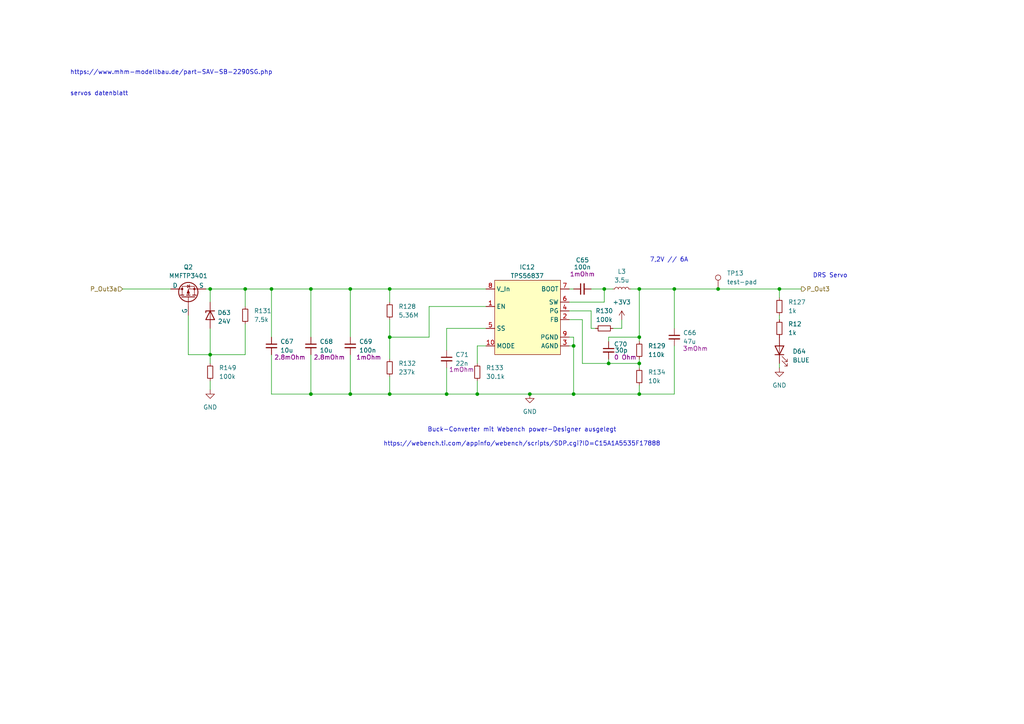
<source format=kicad_sch>
(kicad_sch (version 20231120) (generator "eeschema") (generator_version "8.0")
  (paper "A4")
  (title_block (title "PDU FT25") (date "2024-11-23") (rev "V1.1") (company "Janek Herm") (comment 1 "FaSTTUBe Electronics"))
  (lib_symbols
    (symbol "Connector:TestPoint" (pin_numbers hide) (pin_names (offset 0.762) hide)
      (property "Reference" "TP" (at 0 6.858 0))
      (property "Value" "TestPoint" (at 0 5.08 0))
      (symbol "TestPoint_0_1"
        (circle (center 0 3.302) (radius 0.762))
      )
      (symbol "TestPoint_1_1"
        (pin passive line (at 0 0 90) (length 2.54) (name "1") (number "1"))
      )
    )
    (symbol "Device:C_Small" (pin_numbers hide) (pin_names (offset 0.254) hide)
      (property "Reference" "C" (at 0.254 1.778 0))
      (property "Value" "C_Small" (at 0.254 -2.032 0))
      (symbol "C_Small_0_1"
        (polyline (pts (xy -1.524 -0.508) (xy 1.524 -0.508)) (stroke (width 0.3302)))
        (polyline (pts (xy -1.524 0.508) (xy 1.524 0.508)) (stroke (width 0.3048)))
      )
      (symbol "C_Small_1_1"
        (pin passive line (at 0 2.54 270) (length 2.032) (name "~") (number "1"))
        (pin passive line (at 0 -2.54 90) (length 2.032) (name "~") (number "2"))
      )
    )
    (symbol "Device:D_Zener" (pin_numbers hide) (pin_names (offset 1.016) hide)
      (property "Reference" "D" (at 0 2.54 0))
      (property "Value" "D_Zener" (at 0 -2.54 0))
      (symbol "D_Zener_0_1"
        (polyline (pts (xy 1.27 0) (xy -1.27 0)))
        (polyline (pts (xy -1.27 -1.27) (xy -1.27 1.27) (xy -0.762 1.27)) (stroke (width 0.254)))
        (polyline (pts (xy 1.27 -1.27) (xy 1.27 1.27) (xy -1.27 0) (xy 1.27 -1.27)) (stroke (width 0.254)))
      )
      (symbol "D_Zener_1_1"
        (pin passive line (at -3.81 0 0) (length 2.54) (name "K") (number "1"))
        (pin passive line (at 3.81 0 180) (length 2.54) (name "A") (number "2"))
      )
    )
    (symbol "Device:LED" (pin_numbers hide) (pin_names (offset 1.016) hide)
      (property "Reference" "D" (at 0 2.54 0))
      (property "Value" "LED" (at 0 -2.54 0))
      (symbol "LED_0_1"
        (polyline (pts (xy -1.27 -1.27) (xy -1.27 1.27)) (stroke (width 0.254)))
        (polyline (pts (xy -1.27 0) (xy 1.27 0)))
        (polyline (pts (xy 1.27 -1.27) (xy 1.27 1.27) (xy -1.27 0) (xy 1.27 -1.27)) (stroke (width 0.254)))
        (polyline (pts (xy -3.048 -0.762) (xy -4.572 -2.286) (xy -3.81 -2.286) (xy -4.572 -2.286) (xy -4.572 -1.524)))
        (polyline (pts (xy -1.778 -0.762) (xy -3.302 -2.286) (xy -2.54 -2.286) (xy -3.302 -2.286) (xy -3.302 -1.524)))
      )
      (symbol "LED_1_1"
        (pin passive line (at -3.81 0 0) (length 2.54) (name "K") (number "1"))
        (pin passive line (at 3.81 0 180) (length 2.54) (name "A") (number "2"))
      )
    )
    (symbol "Device:L_Small" (pin_numbers hide) (pin_names (offset 0.254) hide)
      (property "Reference" "L" (at 0.762 1.016 0))
      (property "Value" "L_Small" (at 0.762 -1.016 0))
      (symbol "L_Small_0_1"
        (arc (start 0 -2.032) (mid 0.5058 -1.524) (end 0 -1.016))
        (arc (start 0 -1.016) (mid 0.5058 -0.508) (end 0 0))
        (arc (start 0 0) (mid 0.5058 0.508) (end 0 1.016))
        (arc (start 0 1.016) (mid 0.5058 1.524) (end 0 2.032))
      )
      (symbol "L_Small_1_1"
        (pin passive line (at 0 2.54 270) (length 0.508) (name "~") (number "1"))
        (pin passive line (at 0 -2.54 90) (length 0.508) (name "~") (number "2"))
      )
    )
    (symbol "Device:R_Small" (pin_numbers hide) (pin_names (offset 0.254) hide)
      (property "Reference" "R" (at 0.762 0.508 0))
      (property "Value" "R_Small" (at 0.762 -1.016 0))
      (symbol "R_Small_0_1"
        (rectangle (start -0.762 1.778) (end 0.762 -1.778) (stroke (width 0.2032)))
      )
      (symbol "R_Small_1_1"
        (pin passive line (at 0 2.54 270) (length 0.762) (name "~") (number "1"))
        (pin passive line (at 0 -2.54 90) (length 0.762) (name "~") (number "2"))
      )
    )
    (symbol "FaSTTUBe_Voltage_Regulators:TPS56837"
      (property "Reference" "IC" (at -3.556 10.922 0))
      (property "Value" "TPS56837" (at -3.302 8.636 0))
      (symbol "TPS56837_1_1"
        (rectangle (start -12.7 7.62) (end 6.35 -13.97) (fill (type background)))
        (pin input line (at -15.24 0 0) (length 2.54) (name "EN") (number "1"))
        (pin input line (at -15.24 -11.43 0) (length 2.54) (name "MODE") (number "10"))
        (pin input line (at 8.89 -3.81 180) (length 2.54) (name "FB") (number "2"))
        (pin input line (at 8.89 -11.43 180) (length 2.54) (name "AGND") (number "3"))
        (pin input line (at 8.89 -1.27 180) (length 2.54) (name "PG") (number "4"))
        (pin input line (at -15.24 -6.35 0) (length 2.54) (name "SS") (number "5"))
        (pin input line (at 8.89 1.27 180) (length 2.54) (name "SW") (number "6"))
        (pin input line (at 8.89 5.08 180) (length 2.54) (name "BOOT") (number "7"))
        (pin input line (at -15.24 5.08 0) (length 2.54) (name "V_In") (number "8"))
        (pin input line (at 8.89 -8.89 180) (length 2.54) (name "PGND") (number "9"))
      )
    )
    (symbol "Simulation_SPICE:PMOS" (pin_numbers hide) (pin_names (offset 0))
      (property "Reference" "Q" (at 5.08 1.27 0))
      (property "Value" "PMOS" (at 5.08 -1.27 0))
      (symbol "PMOS_0_1"
        (polyline (pts (xy 0.254 0) (xy -2.54 0)))
        (polyline (pts (xy 0.254 1.905) (xy 0.254 -1.905)) (stroke (width 0.254)))
        (polyline (pts (xy 0.762 -1.27) (xy 0.762 -2.286)) (stroke (width 0.254)))
        (polyline (pts (xy 0.762 0.508) (xy 0.762 -0.508)) (stroke (width 0.254)))
        (polyline (pts (xy 0.762 2.286) (xy 0.762 1.27)) (stroke (width 0.254)))
        (polyline (pts (xy 2.54 2.54) (xy 2.54 1.778)))
        (polyline (pts (xy 2.54 -2.54) (xy 2.54 0) (xy 0.762 0)))
        (polyline (pts (xy 0.762 1.778) (xy 3.302 1.778) (xy 3.302 -1.778) (xy 0.762 -1.778)))
        (polyline (pts (xy 2.286 0) (xy 1.27 0.381) (xy 1.27 -0.381) (xy 2.286 0)) (fill (type outline)))
        (polyline (pts (xy 2.794 -0.508) (xy 2.921 -0.381) (xy 3.683 -0.381) (xy 3.81 -0.254)))
        (polyline (pts (xy 3.302 -0.381) (xy 2.921 0.254) (xy 3.683 0.254) (xy 3.302 -0.381)))
        (circle (center 1.651 0) (radius 2.794) (stroke (width 0.254)))
        (circle (center 2.54 -1.778) (radius 0.254) (fill (type outline)))
        (circle (center 2.54 1.778) (radius 0.254) (fill (type outline)))
      )
      (symbol "PMOS_1_1"
        (pin passive line (at 2.54 5.08 270) (length 2.54) (name "D") (number "1"))
        (pin input line (at -5.08 0 0) (length 2.54) (name "G") (number "2"))
        (pin passive line (at 2.54 -5.08 90) (length 2.54) (name "S") (number "3"))
      )
    )
    (symbol "power:+3.3V" (power) (pin_numbers hide) (pin_names (offset 0) hide)
      (property "Value" "+3.3V" (at 0 3.556 0))
      (symbol "+3.3V_0_1"
        (polyline (pts (xy -0.762 1.27) (xy 0 2.54)))
        (polyline (pts (xy 0 0) (xy 0 2.54)))
        (polyline (pts (xy 0 2.54) (xy 0.762 1.27)))
      )
      (symbol "+3.3V_1_1"
        (pin power_in line (at 0 0 90) (length 0) (name "~") (number "1"))
      )
    )
    (symbol "power:GND" (power) (pin_numbers hide) (pin_names (offset 0) hide)
      (property "Value" "GND" (at 0 -3.81 0))
      (symbol "GND_0_1"
        (polyline (pts (xy 0 0) (xy 0 -1.27) (xy 1.27 -1.27) (xy 0 -2.54) (xy -1.27 -1.27) (xy 0 -1.27)))
      )
      (symbol "GND_1_1"
        (pin power_in line (at 0 0 270) (length 0) (name "~") (number "1"))
      )
    )
  )
  (junction (at 113.03 114.3))
  (junction (at 226.06 83.82))
  (junction (at 195.58 83.82))
  (junction (at 185.42 105.41))
  (junction (at 113.03 83.82))
  (junction (at 185.42 83.82))
  (junction (at 101.6 114.3))
  (junction (at 129.54 114.3))
  (junction (at 208.28 83.82))
  (junction (at 185.42 114.3))
  (junction (at 176.53 105.41))
  (junction (at 101.6 83.82))
  (junction (at 60.96 102.87))
  (junction (at 185.42 97.79))
  (junction (at 90.17 83.82))
  (junction (at 153.67 114.3))
  (junction (at 78.74 83.82))
  (junction (at 138.43 114.3))
  (junction (at 175.26 83.82))
  (junction (at 166.37 114.3))
  (junction (at 71.12 83.82))
  (junction (at 113.03 97.79))
  (junction (at 166.37 100.33))
  (junction (at 90.17 114.3))
  (junction (at 60.96 83.82))
  (wire (pts (xy 71.12 83.82) (xy 78.74 83.82)))
  (wire (pts (xy 124.46 88.9) (xy 124.46 97.79)))
  (wire (pts (xy 113.03 109.22) (xy 113.03 114.3)))
  (wire (pts (xy 165.1 92.71) (xy 168.91 92.71)))
  (wire (pts (xy 166.37 100.33) (xy 166.37 114.3)))
  (wire (pts (xy 226.06 83.82) (xy 226.06 86.36)))
  (wire (pts (xy 176.53 105.41) (xy 185.42 105.41)))
  (wire (pts (xy 60.96 110.49) (xy 60.96 113.03)))
  (wire (pts (xy 226.06 105.41) (xy 226.06 106.68)))
  (wire (pts (xy 180.34 95.25) (xy 180.34 92.71)))
  (wire (pts (xy 226.06 91.44) (xy 226.06 92.71)))
  (wire (pts (xy 60.96 83.82) (xy 71.12 83.82)))
  (wire (pts (xy 101.6 102.87) (xy 101.6 114.3)))
  (wire (pts (xy 35.56 83.82) (xy 49.53 83.82)))
  (wire (pts (xy 90.17 102.87) (xy 90.17 114.3)))
  (wire (pts (xy 90.17 83.82) (xy 90.17 97.79)))
  (wire (pts (xy 185.42 111.76) (xy 185.42 114.3)))
  (wire (pts (xy 71.12 102.87) (xy 60.96 102.87)))
  (wire (pts (xy 185.42 99.06) (xy 185.42 97.79)))
  (wire (pts (xy 60.96 102.87) (xy 60.96 105.41)))
  (wire (pts (xy 140.97 88.9) (xy 124.46 88.9)))
  (wire (pts (xy 177.8 83.82) (xy 175.26 83.82)))
  (wire (pts (xy 171.45 90.17) (xy 171.45 95.25)))
  (wire (pts (xy 129.54 106.68) (xy 129.54 114.3)))
  (wire (pts (xy 101.6 83.82) (xy 101.6 97.79)))
  (wire (pts (xy 71.12 83.82) (xy 71.12 88.9)))
  (wire (pts (xy 175.26 87.63) (xy 175.26 83.82)))
  (wire (pts (xy 208.28 83.82) (xy 226.06 83.82)))
  (wire (pts (xy 185.42 83.82) (xy 185.42 97.79)))
  (wire (pts (xy 166.37 114.3) (xy 185.42 114.3)))
  (wire (pts (xy 166.37 97.79) (xy 166.37 100.33)))
  (wire (pts (xy 165.1 87.63) (xy 175.26 87.63)))
  (wire (pts (xy 59.69 83.82) (xy 60.96 83.82)))
  (wire (pts (xy 138.43 110.49) (xy 138.43 114.3)))
  (wire (pts (xy 124.46 97.79) (xy 113.03 97.79)))
  (wire (pts (xy 185.42 114.3) (xy 195.58 114.3)))
  (wire (pts (xy 226.06 83.82) (xy 232.41 83.82)))
  (wire (pts (xy 185.42 83.82) (xy 195.58 83.82)))
  (wire (pts (xy 54.61 91.44) (xy 54.61 102.87)))
  (wire (pts (xy 195.58 100.33) (xy 195.58 114.3)))
  (wire (pts (xy 113.03 114.3) (xy 129.54 114.3)))
  (wire (pts (xy 138.43 114.3) (xy 153.67 114.3)))
  (wire (pts (xy 185.42 104.14) (xy 185.42 105.41)))
  (wire (pts (xy 113.03 92.71) (xy 113.03 97.79)))
  (wire (pts (xy 165.1 83.82) (xy 166.37 83.82)))
  (wire (pts (xy 195.58 83.82) (xy 195.58 95.25)))
  (wire (pts (xy 54.61 102.87) (xy 60.96 102.87)))
  (wire (pts (xy 176.53 105.41) (xy 176.53 104.14)))
  (wire (pts (xy 78.74 102.87) (xy 78.74 114.3)))
  (wire (pts (xy 78.74 114.3) (xy 90.17 114.3)))
  (wire (pts (xy 165.1 90.17) (xy 171.45 90.17)))
  (wire (pts (xy 165.1 97.79) (xy 166.37 97.79)))
  (wire (pts (xy 171.45 95.25) (xy 172.72 95.25)))
  (wire (pts (xy 165.1 100.33) (xy 166.37 100.33)))
  (wire (pts (xy 140.97 100.33) (xy 138.43 100.33)))
  (wire (pts (xy 138.43 100.33) (xy 138.43 105.41)))
  (wire (pts (xy 90.17 83.82) (xy 101.6 83.82)))
  (wire (pts (xy 185.42 105.41) (xy 185.42 106.68)))
  (wire (pts (xy 168.91 92.71) (xy 168.91 105.41)))
  (wire (pts (xy 71.12 93.98) (xy 71.12 102.87)))
  (wire (pts (xy 60.96 95.25) (xy 60.96 102.87)))
  (wire (pts (xy 129.54 114.3) (xy 138.43 114.3)))
  (wire (pts (xy 60.96 83.82) (xy 60.96 87.63)))
  (wire (pts (xy 113.03 83.82) (xy 113.03 87.63)))
  (wire (pts (xy 182.88 83.82) (xy 185.42 83.82)))
  (wire (pts (xy 171.45 83.82) (xy 175.26 83.82)))
  (wire (pts (xy 177.8 95.25) (xy 180.34 95.25)))
  (wire (pts (xy 140.97 95.25) (xy 129.54 95.25)))
  (wire (pts (xy 101.6 83.82) (xy 113.03 83.82)))
  (wire (pts (xy 78.74 83.82) (xy 90.17 83.82)))
  (wire (pts (xy 78.74 83.82) (xy 78.74 97.79)))
  (wire (pts (xy 113.03 97.79) (xy 113.03 104.14)))
  (wire (pts (xy 129.54 95.25) (xy 129.54 101.6)))
  (wire (pts (xy 168.91 105.41) (xy 176.53 105.41)))
  (wire (pts (xy 176.53 97.79) (xy 176.53 99.06)))
  (wire (pts (xy 101.6 114.3) (xy 113.03 114.3)))
  (wire (pts (xy 195.58 83.82) (xy 208.28 83.82)))
  (wire (pts (xy 153.67 114.3) (xy 166.37 114.3)))
  (wire (pts (xy 113.03 83.82) (xy 140.97 83.82)))
  (wire (pts (xy 90.17 114.3) (xy 101.6 114.3)))
  (wire (pts (xy 176.53 97.79) (xy 185.42 97.79)))
  (text "DRS Servo" (at 240.792 80.01 0) (effects (font (size 1.27 1.27))))
  (text "7,2V // 6A" (at 194.056 75.438 0) (effects (font (size 1.27 1.27))))
  (text "https://www.mhm-modellbau.de/part-SAV-SB-2290SG.php\n\n\nservos datenblatt" (at 20.32 27.94 0) (effects (font (size 1.27 1.27)) (justify left bottom)))
  (text "Buck-Converter mit Webench power-Designer ausgelegt\n\nhttps://webench.ti.com/appinfo/webench/scripts/SDP.cgi?ID=C15A1A5535F17888" (at 151.384 126.746 0) (effects (font (size 1.27 1.27))))
  (hierarchical_label "P_Out3" (shape output) (at 232.41 83.82 0))
  (hierarchical_label "P_Out3a" (shape input) (at 35.56 83.82 180))
  (symbol (lib_id "Device:R_Small") (at 185.42 109.22 0) (unit 1)
    (property "Reference" "R134" (at 187.96 107.9499 0) (effects (justify left)))
    (property "Value" "10k" (at 187.96 110.4899 0) (effects (justify left)))
    (property "Footprint" "Resistor_SMD:R_0603_1608Metric" (effects (hide yes)))
    (property "Description" "Resistor, small symbol" (effects (hide yes)))
  )
  (symbol (lib_id "Connector:TestPoint") (at 208.28 83.82 0) (unit 1)
    (property "Reference" "TP13" (at 210.82 79.2479 0) (effects (justify left)))
    (property "Value" "test-pad" (at 210.82 81.7879 0) (effects (justify left)))
    (property "Footprint" "5025:5025" (effects (hide yes)))
    (property "Description" "test point" (effects (hide yes)))
  )
  (symbol (lib_id "Device:R_Small") (at 60.96 107.95 0) (unit 1)
    (property "Reference" "R149" (at 63.5 106.6799 0) (effects (justify left)))
    (property "Value" "100k" (at 63.5 109.2199 0) (effects (justify left)))
    (property "Footprint" "Resistor_SMD:R_0603_1608Metric" (effects (hide yes)))
    (property "Description" "Resistor, small symbol" (effects (hide yes)))
  )
  (symbol (lib_id "Device:C_Small") (at 78.74 100.33 0) (unit 1)
    (property "Reference" "C67" (at 81.28 99.0662 0) (effects (justify left)))
    (property "Value" "10u" (at 81.28 101.6062 0) (effects (justify left)))
    (property "Footprint" "Capacitor_SMD:C_1210_3225Metric" (effects (hide yes)))
    (property "Description" "Unpolarized capacitor, small symbol" (effects (hide yes)))
    (property "Resistance" "2.8mOhm" (at 84.074 103.632 0))
  )
  (symbol (lib_id "Device:LED") (at 226.06 101.6 90) (unit 1)
    (property "Reference" "D64" (at 229.87 101.9174 90) (effects (justify right)))
    (property "Value" "BLUE" (at 229.87 104.4574 90) (effects (justify right)))
    (property "Footprint" "LED_SMD:LED_0603_1608Metric" (effects (hide yes)))
    (property "Datasheet" "https://www.we-online.com/components/products/datasheet/150060BS75000.pdf" (effects (hide yes)))
    (property "Description" "Light emitting diode" (effects (hide yes)))
    (property "MPR" "150060BS75000" (effects (hide yes)))
  )
  (symbol (lib_id "Device:C_Small") (at 129.54 104.14 0) (unit 1)
    (property "Reference" "C71" (at 132.08 102.8762 0) (effects (justify left)))
    (property "Value" "22n" (at 132.08 105.4162 0) (effects (justify left)))
    (property "Footprint" "Capacitor_SMD:C_0603_1608Metric" (effects (hide yes)))
    (property "Description" "Unpolarized capacitor, small symbol" (effects (hide yes)))
    (property "Resistance" "1mOhm" (at 133.858 107.188 0))
  )
  (symbol (lib_id "Simulation_SPICE:PMOS") (at 54.61 86.36 90) (unit 1)
    (property "Reference" "Q2" (at 54.61 77.47 90))
    (property "Value" "MMFTP3401" (at 54.61 80.01 90))
    (property "Footprint" "Package_TO_SOT_SMD:SOT-23" (effects (hide yes)))
    (property "Datasheet" "https://diotec.com/request/datasheet/mmftp3401.pdf" (effects (hide yes)))
    (property "Description" "P-MOSFET transistor, drain/source/gate" (effects (hide yes)))
    (property "Sim.Device" "PMOS" (effects (hide yes)))
    (property "Sim.Type" "VDMOS" (effects (hide yes)))
    (property "Sim.Pins" "1=D 2=G 3=S" (effects (hide yes)))
  )
  (symbol (lib_id "Device:C_Small") (at 101.6 100.33 0) (unit 1)
    (property "Reference" "C69" (at 104.14 99.0662 0) (effects (justify left)))
    (property "Value" "100n" (at 104.14 101.6062 0) (effects (justify left)))
    (property "Footprint" "Capacitor_SMD:C_0805_2012Metric" (effects (hide yes)))
    (property "Description" "Unpolarized capacitor, small symbol" (effects (hide yes)))
    (property "Resistance" "1mOhm" (at 106.934 103.632 0))
  )
  (symbol (lib_id "power:GND") (at 60.96 113.03 0) (unit 1)
    (property "Reference" "#PWR0190" (effects (hide yes)))
    (property "Value" "GND" (at 60.96 118.11 0))
    (property "Description" "Power symbol creates a global label with name \"GND\" , ground" (effects (hide yes)))
  )
  (symbol (lib_id "Device:R_Small") (at 226.06 95.25 0) (unit 1)
    (property "Reference" "R12" (at 228.6 93.9799 0) (effects (justify left)))
    (property "Value" "1k" (at 228.6 96.5199 0) (effects (justify left)))
    (property "Footprint" "Resistor_SMD:R_0603_1608Metric" (effects (hide yes)))
    (property "Description" "Resistor, small symbol" (effects (hide yes)))
  )
  (symbol (lib_id "FaSTTUBe_Voltage_Regulators:TPS56837") (at 156.21 88.9 0) (unit 1)
    (property "Reference" "IC12" (at 152.908 77.47 0))
    (property "Value" "TPS56837" (at 152.908 80.01 0))
    (property "Footprint" "TPS56837:TPS56837" (effects (hide yes)))
    (property "Datasheet" "https://www.ti.com/lit/ds/symlink/tps56837.pdf?ts=1731338435977" (effects (hide yes)))
  )
  (symbol (lib_id "Device:R_Small") (at 138.43 107.95 0) (unit 1)
    (property "Reference" "R133" (at 140.97 106.6799 0) (effects (justify left)))
    (property "Value" "30.1k" (at 140.97 109.2199 0) (effects (justify left)))
    (property "Footprint" "Resistor_SMD:R_0603_1608Metric" (effects (hide yes)))
    (property "Description" "Resistor, small symbol" (effects (hide yes)))
  )
  (symbol (lib_id "power:GND") (at 153.67 114.3 0) (unit 1)
    (property "Reference" "#PWR0191" (effects (hide yes)))
    (property "Value" "GND" (at 153.67 119.38 0))
    (property "Description" "Power symbol creates a global label with name \"GND\" , ground" (effects (hide yes)))
  )
  (symbol (lib_id "Device:R_Small") (at 71.12 91.44 0) (unit 1)
    (property "Reference" "R131" (at 73.66 90.1699 0) (effects (justify left)))
    (property "Value" "7.5k" (at 73.66 92.7099 0) (effects (justify left)))
    (property "Footprint" "Resistor_SMD:R_0603_1608Metric" (effects (hide yes)))
    (property "Description" "Resistor, small symbol" (effects (hide yes)))
  )
  (symbol (lib_id "Device:C_Small") (at 195.58 97.79 0) (unit 1)
    (property "Reference" "C66" (at 198.12 96.5262 0) (effects (justify left)))
    (property "Value" "47u" (at 198.12 99.0662 0) (effects (justify left)))
    (property "Footprint" "Capacitor_SMD:C_1210_3225Metric" (effects (hide yes)))
    (property "Description" "Unpolarized capacitor, small symbol" (effects (hide yes)))
    (property "Resistance" "3mOhm" (at 201.676 101.092 0))
  )
  (symbol (lib_id "Device:D_Zener") (at 60.96 91.44 90) (mirror x) (unit 1)
    (property "Reference" "D63" (at 65.024 90.678 90))
    (property "Value" "24V" (at 65.024 93.218 90))
    (property "Footprint" "3SMAJ5934B-TP:DIOM5226X244N" (effects (hide yes)))
    (property "Datasheet" "https://www.mouser.de/datasheet/2/258/3SMAJ5918B_3SMAJ5956B_SMA_-3423242.pdf" (effects (hide yes)))
    (property "Description" "Zener diode" (effects (hide yes)))
    (property "MPR" "3SMAJ5934B-TP" (effects (hide yes)))
  )
  (symbol (lib_id "Device:R_Small") (at 226.06 88.9 0) (unit 1)
    (property "Reference" "R127" (at 228.6 87.6299 0) (effects (justify left)))
    (property "Value" "1k" (at 228.6 90.1699 0) (effects (justify left)))
    (property "Footprint" "Resistor_SMD:R_0603_1608Metric" (effects (hide yes)))
    (property "Description" "Resistor, small symbol" (effects (hide yes)))
  )
  (symbol (lib_id "Device:R_Small") (at 113.03 106.68 0) (unit 1)
    (property "Reference" "R132" (at 115.57 105.4099 0) (effects (justify left)))
    (property "Value" "237k" (at 115.57 107.9499 0) (effects (justify left)))
    (property "Footprint" "Resistor_SMD:R_0603_1608Metric" (effects (hide yes)))
    (property "Description" "Resistor, small symbol" (effects (hide yes)))
  )
  (symbol (lib_id "Device:C_Small") (at 176.53 101.6 0) (unit 1)
    (property "Reference" "C70" (at 178.054 99.8282 0) (effects (justify left)))
    (property "Value" "30p" (at 178.308 101.6062 0) (effects (justify left)))
    (property "Footprint" "Capacitor_SMD:C_0603_1608Metric" (effects (hide yes)))
    (property "Description" "Unpolarized capacitor, small symbol" (effects (hide yes)))
    (property "Resistance" "0 Ohm" (at 181.356 103.632 0))
  )
  (symbol (lib_id "Device:L_Small") (at 180.34 83.82 90) (unit 1)
    (property "Reference" "L3" (at 180.34 78.74 90))
    (property "Value" "3.5u" (at 180.34 81.28 90))
    (property "Footprint" "WE-PD:WE-PD_1260_1245_1280_121054" (effects (hide yes)))
    (property "Datasheet" "https://www.we-online.com/components/products/datasheet/7447709003.pdf" (effects (hide yes)))
    (property "Description" "Inductor, small symbol" (effects (hide yes)))
  )
  (symbol (lib_id "Device:C_Small") (at 90.17 100.33 0) (unit 1)
    (property "Reference" "C68" (at 92.71 99.0662 0) (effects (justify left)))
    (property "Value" "10u" (at 92.71 101.6062 0) (effects (justify left)))
    (property "Footprint" "Capacitor_SMD:C_1210_3225Metric" (effects (hide yes)))
    (property "Description" "Unpolarized capacitor, small symbol" (effects (hide yes)))
    (property "Resistance" "2.8mOhm" (at 95.504 103.632 0))
  )
  (symbol (lib_id "Device:R_Small") (at 185.42 101.6 0) (unit 1)
    (property "Reference" "R129" (at 187.96 100.3299 0) (effects (justify left)))
    (property "Value" "110k" (at 187.96 102.8699 0) (effects (justify left)))
    (property "Footprint" "Resistor_SMD:R_0603_1608Metric" (effects (hide yes)))
    (property "Description" "Resistor, small symbol" (effects (hide yes)))
  )
  (symbol (lib_id "power:GND") (at 226.06 106.68 0) (unit 1)
    (property "Reference" "#PWR0189" (effects (hide yes)))
    (property "Value" "GND" (at 226.06 111.76 0))
    (property "Description" "Power symbol creates a global label with name \"GND\" , ground" (effects (hide yes)))
  )
  (symbol (lib_id "Device:C_Small") (at 168.91 83.82 90) (unit 1)
    (property "Reference" "C65" (at 168.9163 75.438 90))
    (property "Value" "100n" (at 168.9163 77.47 90))
    (property "Footprint" "Capacitor_SMD:C_0603_1608Metric" (effects (hide yes)))
    (property "Description" "Unpolarized capacitor, small symbol" (effects (hide yes)))
    (property "Resistance" "1mOhm" (at 168.91 79.502 90))
  )
  (symbol (lib_id "power:+3.3V") (at 180.34 92.71 0) (unit 1)
    (property "Reference" "#PWR0188" (effects (hide yes)))
    (property "Value" "+3V3" (at 180.34 87.63 0))
    (property "Description" "Power symbol creates a global label with name \"+3.3V\"" (effects (hide yes)))
  )
  (symbol (lib_id "Device:R_Small") (at 113.03 90.17 0) (unit 1)
    (property "Reference" "R128" (at 115.57 88.8999 0) (effects (justify left)))
    (property "Value" "5.36M" (at 115.57 91.4399 0) (effects (justify left)))
    (property "Footprint" "Resistor_SMD:R_0603_1608Metric" (effects (hide yes)))
    (property "Description" "Resistor, small symbol" (effects (hide yes)))
  )
  (symbol (lib_id "Device:R_Small") (at 175.26 95.25 90) (unit 1)
    (property "Reference" "R130" (at 175.26 90.17 90))
    (property "Value" "100k" (at 175.26 92.71 90))
    (property "Footprint" "Resistor_SMD:R_0603_1608Metric" (effects (hide yes)))
    (property "Description" "Resistor, small symbol" (effects (hide yes)))
  )
)
</source>
